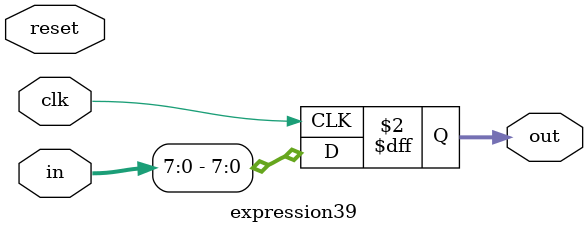
<source format=v>
module expression39
  #(parameter integer WIDTH = 8)
  (input wire             reset,
   input wire             clk,
   input wire [WIDTH:0]   in,
   output reg [WIDTH-1:0] out);

   always @(posedge clk) out <= in[0 +: WIDTH];

endmodule

</source>
